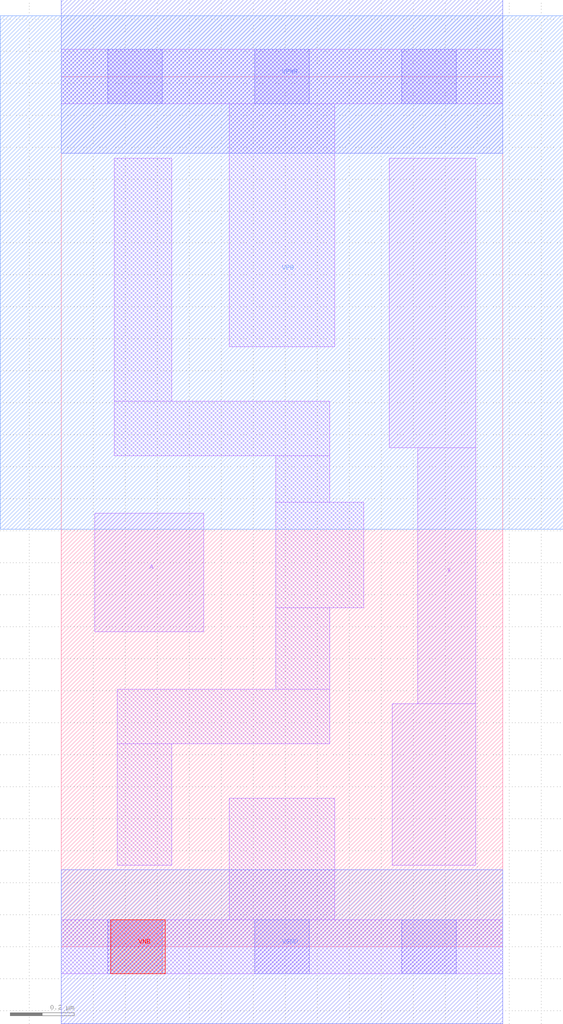
<source format=lef>
# Copyright 2020 The SkyWater PDK Authors
#
# Licensed under the Apache License, Version 2.0 (the "License");
# you may not use this file except in compliance with the License.
# You may obtain a copy of the License at
#
#     https://www.apache.org/licenses/LICENSE-2.0
#
# Unless required by applicable law or agreed to in writing, software
# distributed under the License is distributed on an "AS IS" BASIS,
# WITHOUT WARRANTIES OR CONDITIONS OF ANY KIND, either express or implied.
# See the License for the specific language governing permissions and
# limitations under the License.
#
# SPDX-License-Identifier: Apache-2.0

VERSION 5.7 ;
  NOWIREEXTENSIONATPIN ON ;
  DIVIDERCHAR "/" ;
  BUSBITCHARS "[]" ;
MACRO sky130_fd_sc_hd__buf_1
  CLASS CORE ;
  FOREIGN sky130_fd_sc_hd__buf_1 ;
  ORIGIN  0.000000  0.000000 ;
  SIZE  1.380000 BY  2.720000 ;
  SYMMETRY X Y R90 ;
  SITE unithd ;
  PIN A
    ANTENNAGATEAREA  0.196500 ;
    DIRECTION INPUT ;
    USE SIGNAL ;
    PORT
      LAYER li1 ;
        RECT 0.105000 0.985000 0.445000 1.355000 ;
    END
  END A
  PIN VNB
    PORT
      LAYER pwell ;
        RECT 0.155000 -0.085000 0.325000 0.085000 ;
    END
  END VNB
  PIN VPB
    PORT
      LAYER nwell ;
        RECT -0.190000 1.305000 1.570000 2.910000 ;
    END
  END VPB
  PIN X
    ANTENNADIFFAREA  0.340600 ;
    DIRECTION OUTPUT ;
    USE SIGNAL ;
    PORT
      LAYER li1 ;
        RECT 1.025000 1.560000 1.295000 2.465000 ;
        RECT 1.035000 0.255000 1.295000 0.760000 ;
        RECT 1.115000 0.760000 1.295000 1.560000 ;
    END
  END X
  PIN VGND
    DIRECTION INOUT ;
    SHAPE ABUTMENT ;
    USE GROUND ;
    PORT
      LAYER met1 ;
        RECT 0.000000 -0.240000 1.380000 0.240000 ;
    END
  END VGND
  PIN VPWR
    DIRECTION INOUT ;
    SHAPE ABUTMENT ;
    USE POWER ;
    PORT
      LAYER met1 ;
        RECT 0.000000 2.480000 1.380000 2.960000 ;
    END
  END VPWR
  OBS
    LAYER li1 ;
      RECT 0.000000 -0.085000 1.380000 0.085000 ;
      RECT 0.000000  2.635000 1.380000 2.805000 ;
      RECT 0.165000  1.535000 0.840000 1.705000 ;
      RECT 0.165000  1.705000 0.345000 2.465000 ;
      RECT 0.175000  0.255000 0.345000 0.635000 ;
      RECT 0.175000  0.635000 0.840000 0.805000 ;
      RECT 0.525000  0.085000 0.855000 0.465000 ;
      RECT 0.525000  1.875000 0.855000 2.635000 ;
      RECT 0.670000  0.805000 0.840000 1.060000 ;
      RECT 0.670000  1.060000 0.945000 1.390000 ;
      RECT 0.670000  1.390000 0.840000 1.535000 ;
    LAYER mcon ;
      RECT 0.145000 -0.085000 0.315000 0.085000 ;
      RECT 0.145000  2.635000 0.315000 2.805000 ;
      RECT 0.605000 -0.085000 0.775000 0.085000 ;
      RECT 0.605000  2.635000 0.775000 2.805000 ;
      RECT 1.065000 -0.085000 1.235000 0.085000 ;
      RECT 1.065000  2.635000 1.235000 2.805000 ;
  END
END sky130_fd_sc_hd__buf_1
END LIBRARY

</source>
